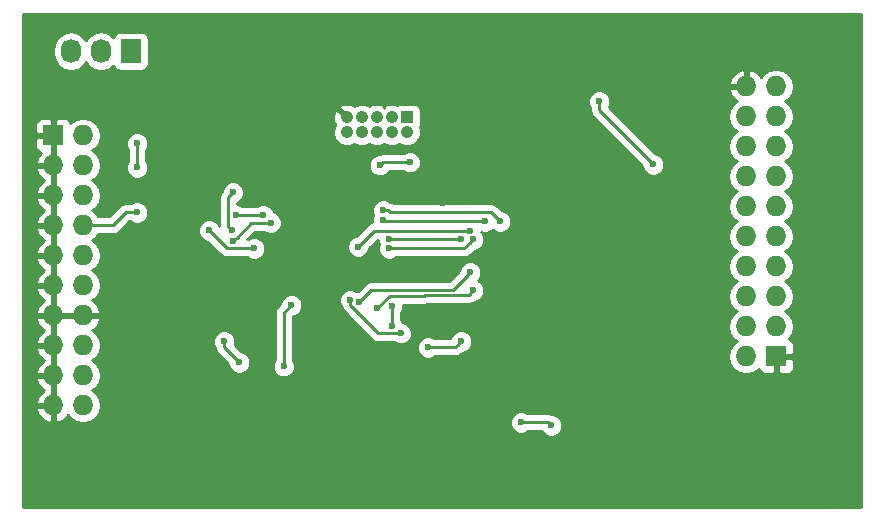
<source format=gbl>
G04 #@! TF.FileFunction,Copper,L2,Bot,Signal*
%FSLAX46Y46*%
G04 Gerber Fmt 4.6, Leading zero omitted, Abs format (unit mm)*
G04 Created by KiCad (PCBNEW 4.0.1-stable) date Wednesday, August 10, 2016 'PMt' 07:16:23 PM*
%MOMM*%
G01*
G04 APERTURE LIST*
%ADD10C,0.100000*%
%ADD11R,1.050000X1.050000*%
%ADD12C,1.050000*%
%ADD13R,1.727200X1.727200*%
%ADD14O,1.727200X1.727200*%
%ADD15R,1.727200X2.032000*%
%ADD16O,1.727200X2.032000*%
%ADD17C,0.600000*%
%ADD18C,0.250000*%
%ADD19C,0.254000*%
G04 APERTURE END LIST*
D10*
D11*
X148820458Y-118693810D03*
D12*
X147550458Y-118693810D03*
X146280458Y-118693810D03*
X145010458Y-118693810D03*
X143740458Y-118693810D03*
X147550458Y-119963810D03*
X146280458Y-119963810D03*
X145010458Y-119963810D03*
X143740458Y-119963810D03*
X148820458Y-119963810D03*
D13*
X118872000Y-120217810D03*
D14*
X121412000Y-120217810D03*
X118872000Y-122757810D03*
X121412000Y-122757810D03*
X118872000Y-125297810D03*
X121412000Y-125297810D03*
X118872000Y-127837810D03*
X121412000Y-127837810D03*
X118872000Y-130377810D03*
X121412000Y-130377810D03*
X118872000Y-132917810D03*
X121412000Y-132917810D03*
X118872000Y-135457810D03*
X121412000Y-135457810D03*
X118872000Y-137997810D03*
X121412000Y-137997810D03*
X118872000Y-140537810D03*
X121412000Y-140537810D03*
X118872000Y-143077810D03*
X121412000Y-143077810D03*
D15*
X125452458Y-113105810D03*
D16*
X122912458Y-113105810D03*
X120372458Y-113105810D03*
D13*
X180086000Y-138938000D03*
D14*
X177546000Y-138938000D03*
X180086000Y-136398000D03*
X177546000Y-136398000D03*
X180086000Y-133858000D03*
X177546000Y-133858000D03*
X180086000Y-131318000D03*
X177546000Y-131318000D03*
X180086000Y-128778000D03*
X177546000Y-128778000D03*
X180086000Y-126238000D03*
X177546000Y-126238000D03*
X180086000Y-123698000D03*
X177546000Y-123698000D03*
X180086000Y-121158000D03*
X177546000Y-121158000D03*
X180086000Y-118618000D03*
X177546000Y-118618000D03*
X180086000Y-116078000D03*
X177546000Y-116078000D03*
D17*
X156464000Y-122936000D03*
X144272000Y-128778000D03*
X151892000Y-125984000D03*
X143002000Y-125222000D03*
X150622000Y-134874000D03*
X153924000Y-148590000D03*
X154686000Y-137922000D03*
X160528000Y-121412000D03*
X157226000Y-113792000D03*
X171196000Y-120904000D03*
X172720000Y-112776000D03*
X168656000Y-145796000D03*
X168910000Y-141732000D03*
X142724458Y-135203810D03*
X147550458Y-143331810D03*
X133996279Y-128253631D03*
X138383563Y-139771021D03*
X139038700Y-134598790D03*
X146526458Y-122749810D03*
X149074458Y-122503810D03*
X134088458Y-125043810D03*
X161036000Y-144780000D03*
X158496000Y-144526000D03*
X125984000Y-122936000D03*
X125984000Y-120904000D03*
X125984000Y-126746000D03*
X132080000Y-128270000D03*
X135890000Y-129794000D03*
X144009425Y-134150982D03*
X148312450Y-136981810D03*
X147566479Y-136350991D03*
X147550458Y-134695810D03*
X154138859Y-128287630D03*
X144674965Y-129647766D03*
X165100000Y-117348000D03*
X169672000Y-122682000D03*
X146810538Y-126576367D03*
X156718000Y-127508000D03*
X136652000Y-127000000D03*
X134366000Y-127000000D03*
X134112000Y-129168980D03*
X146817441Y-127376349D03*
X137291801Y-127625020D03*
X155448000Y-127508000D03*
X154178000Y-131826000D03*
X144780000Y-134366000D03*
X154432000Y-133350000D03*
X146304000Y-134874000D03*
X153416000Y-137668000D03*
X150622000Y-138176000D03*
X134620000Y-139446000D03*
X133350000Y-137668000D03*
X154432000Y-129032000D03*
X147320000Y-129794000D03*
X147320000Y-128993987D03*
X153416000Y-129032004D03*
D18*
X147550458Y-143331810D02*
X147550458Y-143585810D01*
X134088458Y-125043810D02*
X133696280Y-125435988D01*
X133696280Y-125435988D02*
X133696280Y-127953632D01*
X133696280Y-127953632D02*
X133996279Y-128253631D01*
X138383563Y-139346757D02*
X138383563Y-139771021D01*
X138383563Y-135253927D02*
X138383563Y-139346757D01*
X139038700Y-134598790D02*
X138383563Y-135253927D01*
X149074458Y-122503810D02*
X146772458Y-122503810D01*
X146772458Y-122503810D02*
X146526458Y-122749810D01*
X160782000Y-144526000D02*
X161036000Y-144780000D01*
X158496000Y-144526000D02*
X160782000Y-144526000D01*
X123928458Y-127837810D02*
X121412000Y-127837810D01*
X125984000Y-120904000D02*
X125984000Y-122936000D01*
X125984000Y-126746000D02*
X125020268Y-126746000D01*
X125020268Y-126746000D02*
X123928458Y-127837810D01*
X135890000Y-129794000D02*
X133604000Y-129794000D01*
X133604000Y-129794000D02*
X132080000Y-128270000D01*
X144009425Y-134575246D02*
X144009425Y-134150982D01*
X146415989Y-136981810D02*
X144009425Y-134575246D01*
X148312450Y-136981810D02*
X146415989Y-136981810D01*
X147550458Y-136334970D02*
X147566479Y-136350991D01*
X147550458Y-134695810D02*
X147550458Y-136334970D01*
X146035101Y-128287630D02*
X153714595Y-128287630D01*
X153714595Y-128287630D02*
X154138859Y-128287630D01*
X144674965Y-129647766D02*
X146035101Y-128287630D01*
X169672000Y-122682000D02*
X165100000Y-118110000D01*
X165100000Y-118110000D02*
X165100000Y-117348000D01*
X147404435Y-126746000D02*
X147234802Y-126576367D01*
X155956000Y-126746000D02*
X147404435Y-126746000D01*
X156718000Y-127508000D02*
X155956000Y-126746000D01*
X147234802Y-126576367D02*
X146810538Y-126576367D01*
X134366000Y-127000000D02*
X136652000Y-127000000D01*
X134411999Y-128868981D02*
X134112000Y-129168980D01*
X135655960Y-127625020D02*
X134411999Y-128868981D01*
X137291801Y-127625020D02*
X135655960Y-127625020D01*
X146949092Y-127508000D02*
X146817441Y-127376349D01*
X155448000Y-127508000D02*
X146949092Y-127508000D01*
X144780000Y-134366000D02*
X145796000Y-133350000D01*
X150076587Y-133350000D02*
X150135599Y-133290988D01*
X145796000Y-133350000D02*
X150076587Y-133350000D01*
X153878001Y-132125999D02*
X154178000Y-131826000D01*
X150135599Y-133290988D02*
X152713012Y-133290988D01*
X152713012Y-133290988D02*
X153878001Y-132125999D01*
X146304000Y-134874000D02*
X147377989Y-133800011D01*
X150321999Y-133740999D02*
X154041001Y-133740999D01*
X150262987Y-133800011D02*
X150321999Y-133740999D01*
X154132001Y-133649999D02*
X154432000Y-133350000D01*
X154041001Y-133740999D02*
X154132001Y-133649999D01*
X147377989Y-133800011D02*
X150262987Y-133800011D01*
X153116001Y-137967999D02*
X153416000Y-137668000D01*
X152908000Y-138176000D02*
X153116001Y-137967999D01*
X150622000Y-138176000D02*
X152908000Y-138176000D01*
X133350000Y-137668000D02*
X133350000Y-138176000D01*
X133350000Y-138176000D02*
X134620000Y-139446000D01*
X154132001Y-129331999D02*
X154432000Y-129032000D01*
X153670000Y-129794000D02*
X154132001Y-129331999D01*
X147320000Y-129794000D02*
X153670000Y-129794000D01*
X147358017Y-129032004D02*
X147320000Y-128993987D01*
X153416000Y-129032004D02*
X147358017Y-129032004D01*
D19*
G36*
X187250000Y-151690000D02*
X116280000Y-151690000D01*
X116280000Y-144711167D01*
X157560838Y-144711167D01*
X157702883Y-145054943D01*
X157965673Y-145318192D01*
X158309201Y-145460838D01*
X158681167Y-145461162D01*
X159024943Y-145319117D01*
X159058118Y-145286000D01*
X160233403Y-145286000D01*
X160242883Y-145308943D01*
X160505673Y-145572192D01*
X160849201Y-145714838D01*
X161221167Y-145715162D01*
X161564943Y-145573117D01*
X161828192Y-145310327D01*
X161970838Y-144966799D01*
X161971162Y-144594833D01*
X161829117Y-144251057D01*
X161566327Y-143987808D01*
X161222799Y-143845162D01*
X161104578Y-143845059D01*
X161072839Y-143823852D01*
X160782000Y-143766000D01*
X159058463Y-143766000D01*
X159026327Y-143733808D01*
X158682799Y-143591162D01*
X158310833Y-143590838D01*
X157967057Y-143732883D01*
X157703808Y-143995673D01*
X157561162Y-144339201D01*
X157560838Y-144711167D01*
X116280000Y-144711167D01*
X116280000Y-143436836D01*
X117417042Y-143436836D01*
X117589312Y-143852757D01*
X117983510Y-144284631D01*
X118512973Y-144532778D01*
X118745000Y-144412279D01*
X118745000Y-143204810D01*
X117538183Y-143204810D01*
X117417042Y-143436836D01*
X116280000Y-143436836D01*
X116280000Y-140896836D01*
X117417042Y-140896836D01*
X117589312Y-141312757D01*
X117983510Y-141744631D01*
X118118313Y-141807810D01*
X117983510Y-141870989D01*
X117589312Y-142302863D01*
X117417042Y-142718784D01*
X117538183Y-142950810D01*
X118745000Y-142950810D01*
X118745000Y-140664810D01*
X117538183Y-140664810D01*
X117417042Y-140896836D01*
X116280000Y-140896836D01*
X116280000Y-138356836D01*
X117417042Y-138356836D01*
X117589312Y-138772757D01*
X117983510Y-139204631D01*
X118118313Y-139267810D01*
X117983510Y-139330989D01*
X117589312Y-139762863D01*
X117417042Y-140178784D01*
X117538183Y-140410810D01*
X118745000Y-140410810D01*
X118745000Y-138124810D01*
X117538183Y-138124810D01*
X117417042Y-138356836D01*
X116280000Y-138356836D01*
X116280000Y-135816836D01*
X117417042Y-135816836D01*
X117589312Y-136232757D01*
X117983510Y-136664631D01*
X118118313Y-136727810D01*
X117983510Y-136790989D01*
X117589312Y-137222863D01*
X117417042Y-137638784D01*
X117538183Y-137870810D01*
X118745000Y-137870810D01*
X118745000Y-135584810D01*
X118999000Y-135584810D01*
X118999000Y-137870810D01*
X119019000Y-137870810D01*
X119019000Y-138124810D01*
X118999000Y-138124810D01*
X118999000Y-140410810D01*
X119019000Y-140410810D01*
X119019000Y-140664810D01*
X118999000Y-140664810D01*
X118999000Y-142950810D01*
X119019000Y-142950810D01*
X119019000Y-143204810D01*
X118999000Y-143204810D01*
X118999000Y-144412279D01*
X119231027Y-144532778D01*
X119760490Y-144284631D01*
X120142008Y-143866649D01*
X120322971Y-144137480D01*
X120809152Y-144462336D01*
X121382641Y-144576410D01*
X121441359Y-144576410D01*
X122014848Y-144462336D01*
X122501029Y-144137480D01*
X122825885Y-143651299D01*
X122939959Y-143077810D01*
X122825885Y-142504321D01*
X122501029Y-142018140D01*
X122186248Y-141807810D01*
X122501029Y-141597480D01*
X122825885Y-141111299D01*
X122939959Y-140537810D01*
X122825885Y-139964321D01*
X122501029Y-139478140D01*
X122186248Y-139267810D01*
X122501029Y-139057480D01*
X122825885Y-138571299D01*
X122939959Y-137997810D01*
X122911188Y-137853167D01*
X132414838Y-137853167D01*
X132556883Y-138196943D01*
X132603444Y-138243585D01*
X132647852Y-138466839D01*
X132812599Y-138713401D01*
X133684878Y-139585680D01*
X133684838Y-139631167D01*
X133826883Y-139974943D01*
X134089673Y-140238192D01*
X134433201Y-140380838D01*
X134805167Y-140381162D01*
X135148943Y-140239117D01*
X135412192Y-139976327D01*
X135420554Y-139956188D01*
X137448401Y-139956188D01*
X137590446Y-140299964D01*
X137853236Y-140563213D01*
X138196764Y-140705859D01*
X138568730Y-140706183D01*
X138912506Y-140564138D01*
X139175755Y-140301348D01*
X139318401Y-139957820D01*
X139318725Y-139585854D01*
X139176680Y-139242078D01*
X139143563Y-139208903D01*
X139143563Y-138361167D01*
X149686838Y-138361167D01*
X149828883Y-138704943D01*
X150091673Y-138968192D01*
X150435201Y-139110838D01*
X150807167Y-139111162D01*
X151150943Y-138969117D01*
X151184118Y-138936000D01*
X152908000Y-138936000D01*
X153198839Y-138878148D01*
X153445401Y-138713401D01*
X153555680Y-138603122D01*
X153601167Y-138603162D01*
X153944943Y-138461117D01*
X154208192Y-138198327D01*
X154350838Y-137854799D01*
X154351162Y-137482833D01*
X154209117Y-137139057D01*
X153946327Y-136875808D01*
X153602799Y-136733162D01*
X153230833Y-136732838D01*
X152887057Y-136874883D01*
X152623808Y-137137673D01*
X152508236Y-137416000D01*
X151184463Y-137416000D01*
X151152327Y-137383808D01*
X150808799Y-137241162D01*
X150436833Y-137240838D01*
X150093057Y-137382883D01*
X149829808Y-137645673D01*
X149687162Y-137989201D01*
X149686838Y-138361167D01*
X139143563Y-138361167D01*
X139143563Y-135568729D01*
X139178380Y-135533912D01*
X139223867Y-135533952D01*
X139567643Y-135391907D01*
X139830892Y-135129117D01*
X139973538Y-134785589D01*
X139973862Y-134413623D01*
X139941851Y-134336149D01*
X143074263Y-134336149D01*
X143216308Y-134679925D01*
X143283670Y-134747404D01*
X143307277Y-134866085D01*
X143472024Y-135112647D01*
X145878588Y-137519211D01*
X146125149Y-137683958D01*
X146173403Y-137693556D01*
X146415989Y-137741810D01*
X147749987Y-137741810D01*
X147782123Y-137774002D01*
X148125651Y-137916648D01*
X148497617Y-137916972D01*
X148841393Y-137774927D01*
X149104642Y-137512137D01*
X149247288Y-137168609D01*
X149247612Y-136796643D01*
X149105567Y-136452867D01*
X148842777Y-136189618D01*
X148499249Y-136046972D01*
X148452516Y-136046931D01*
X148359596Y-135822048D01*
X148310458Y-135772824D01*
X148310458Y-135258273D01*
X148342650Y-135226137D01*
X148485296Y-134882609D01*
X148485577Y-134560011D01*
X150262987Y-134560011D01*
X150553826Y-134502159D01*
X150555562Y-134500999D01*
X154041001Y-134500999D01*
X154331840Y-134443147D01*
X154568346Y-134285119D01*
X154617167Y-134285162D01*
X154960943Y-134143117D01*
X155224192Y-133880327D01*
X155366838Y-133536799D01*
X155367162Y-133164833D01*
X155225117Y-132821057D01*
X154962327Y-132557808D01*
X154825340Y-132500926D01*
X154970192Y-132356327D01*
X155112838Y-132012799D01*
X155113162Y-131640833D01*
X154971117Y-131297057D01*
X154708327Y-131033808D01*
X154364799Y-130891162D01*
X153992833Y-130890838D01*
X153649057Y-131032883D01*
X153385808Y-131295673D01*
X153243162Y-131639201D01*
X153243121Y-131686077D01*
X152398210Y-132530988D01*
X150135599Y-132530988D01*
X149844760Y-132588840D01*
X149843024Y-132590000D01*
X145796000Y-132590000D01*
X145505161Y-132647852D01*
X145258599Y-132812599D01*
X144640320Y-133430878D01*
X144611689Y-133430853D01*
X144539752Y-133358790D01*
X144196224Y-133216144D01*
X143824258Y-133215820D01*
X143480482Y-133357865D01*
X143217233Y-133620655D01*
X143074587Y-133964183D01*
X143074263Y-134336149D01*
X139941851Y-134336149D01*
X139831817Y-134069847D01*
X139569027Y-133806598D01*
X139225499Y-133663952D01*
X138853533Y-133663628D01*
X138509757Y-133805673D01*
X138246508Y-134068463D01*
X138103862Y-134411991D01*
X138103821Y-134458867D01*
X137846162Y-134716526D01*
X137681415Y-134963088D01*
X137623563Y-135253927D01*
X137623563Y-139208558D01*
X137591371Y-139240694D01*
X137448725Y-139584222D01*
X137448401Y-139956188D01*
X135420554Y-139956188D01*
X135554838Y-139632799D01*
X135555162Y-139260833D01*
X135413117Y-138917057D01*
X135150327Y-138653808D01*
X134806799Y-138511162D01*
X134759923Y-138511121D01*
X134231662Y-137982860D01*
X134284838Y-137854799D01*
X134285162Y-137482833D01*
X134143117Y-137139057D01*
X133880327Y-136875808D01*
X133536799Y-136733162D01*
X133164833Y-136732838D01*
X132821057Y-136874883D01*
X132557808Y-137137673D01*
X132415162Y-137481201D01*
X132414838Y-137853167D01*
X122911188Y-137853167D01*
X122825885Y-137424321D01*
X122501029Y-136938140D01*
X122177772Y-136722146D01*
X122300490Y-136664631D01*
X122694688Y-136232757D01*
X122866958Y-135816836D01*
X122745817Y-135584810D01*
X121539000Y-135584810D01*
X121539000Y-135604810D01*
X121285000Y-135604810D01*
X121285000Y-135584810D01*
X118999000Y-135584810D01*
X118745000Y-135584810D01*
X117538183Y-135584810D01*
X117417042Y-135816836D01*
X116280000Y-135816836D01*
X116280000Y-133276836D01*
X117417042Y-133276836D01*
X117589312Y-133692757D01*
X117983510Y-134124631D01*
X118118313Y-134187810D01*
X117983510Y-134250989D01*
X117589312Y-134682863D01*
X117417042Y-135098784D01*
X117538183Y-135330810D01*
X118745000Y-135330810D01*
X118745000Y-133044810D01*
X117538183Y-133044810D01*
X117417042Y-133276836D01*
X116280000Y-133276836D01*
X116280000Y-130736836D01*
X117417042Y-130736836D01*
X117589312Y-131152757D01*
X117983510Y-131584631D01*
X118118313Y-131647810D01*
X117983510Y-131710989D01*
X117589312Y-132142863D01*
X117417042Y-132558784D01*
X117538183Y-132790810D01*
X118745000Y-132790810D01*
X118745000Y-130504810D01*
X117538183Y-130504810D01*
X117417042Y-130736836D01*
X116280000Y-130736836D01*
X116280000Y-128196836D01*
X117417042Y-128196836D01*
X117589312Y-128612757D01*
X117983510Y-129044631D01*
X118118313Y-129107810D01*
X117983510Y-129170989D01*
X117589312Y-129602863D01*
X117417042Y-130018784D01*
X117538183Y-130250810D01*
X118745000Y-130250810D01*
X118745000Y-127964810D01*
X117538183Y-127964810D01*
X117417042Y-128196836D01*
X116280000Y-128196836D01*
X116280000Y-125656836D01*
X117417042Y-125656836D01*
X117589312Y-126072757D01*
X117983510Y-126504631D01*
X118118313Y-126567810D01*
X117983510Y-126630989D01*
X117589312Y-127062863D01*
X117417042Y-127478784D01*
X117538183Y-127710810D01*
X118745000Y-127710810D01*
X118745000Y-125424810D01*
X117538183Y-125424810D01*
X117417042Y-125656836D01*
X116280000Y-125656836D01*
X116280000Y-123116836D01*
X117417042Y-123116836D01*
X117589312Y-123532757D01*
X117983510Y-123964631D01*
X118118313Y-124027810D01*
X117983510Y-124090989D01*
X117589312Y-124522863D01*
X117417042Y-124938784D01*
X117538183Y-125170810D01*
X118745000Y-125170810D01*
X118745000Y-122884810D01*
X117538183Y-122884810D01*
X117417042Y-123116836D01*
X116280000Y-123116836D01*
X116280000Y-120503560D01*
X117373400Y-120503560D01*
X117373400Y-121207720D01*
X117470073Y-121441109D01*
X117648702Y-121619737D01*
X117846120Y-121701510D01*
X117589312Y-121982863D01*
X117417042Y-122398784D01*
X117538183Y-122630810D01*
X118745000Y-122630810D01*
X118745000Y-120344810D01*
X117532150Y-120344810D01*
X117373400Y-120503560D01*
X116280000Y-120503560D01*
X116280000Y-119227900D01*
X117373400Y-119227900D01*
X117373400Y-119932060D01*
X117532150Y-120090810D01*
X118745000Y-120090810D01*
X118745000Y-118877960D01*
X118999000Y-118877960D01*
X118999000Y-120090810D01*
X119019000Y-120090810D01*
X119019000Y-120344810D01*
X118999000Y-120344810D01*
X118999000Y-122630810D01*
X119019000Y-122630810D01*
X119019000Y-122884810D01*
X118999000Y-122884810D01*
X118999000Y-125170810D01*
X119019000Y-125170810D01*
X119019000Y-125424810D01*
X118999000Y-125424810D01*
X118999000Y-127710810D01*
X119019000Y-127710810D01*
X119019000Y-127964810D01*
X118999000Y-127964810D01*
X118999000Y-130250810D01*
X119019000Y-130250810D01*
X119019000Y-130504810D01*
X118999000Y-130504810D01*
X118999000Y-132790810D01*
X119019000Y-132790810D01*
X119019000Y-133044810D01*
X118999000Y-133044810D01*
X118999000Y-135330810D01*
X121285000Y-135330810D01*
X121285000Y-135310810D01*
X121539000Y-135310810D01*
X121539000Y-135330810D01*
X122745817Y-135330810D01*
X122866958Y-135098784D01*
X122694688Y-134682863D01*
X122300490Y-134250989D01*
X122177772Y-134193474D01*
X122501029Y-133977480D01*
X122825885Y-133491299D01*
X122939959Y-132917810D01*
X122825885Y-132344321D01*
X122501029Y-131858140D01*
X122186248Y-131647810D01*
X122501029Y-131437480D01*
X122825885Y-130951299D01*
X122939959Y-130377810D01*
X122825885Y-129804321D01*
X122501029Y-129318140D01*
X122186248Y-129107810D01*
X122501029Y-128897480D01*
X122701262Y-128597810D01*
X123928458Y-128597810D01*
X124219297Y-128539958D01*
X124346196Y-128455167D01*
X131144838Y-128455167D01*
X131286883Y-128798943D01*
X131549673Y-129062192D01*
X131893201Y-129204838D01*
X131940077Y-129204879D01*
X133066599Y-130331401D01*
X133313160Y-130496148D01*
X133356707Y-130504810D01*
X133604000Y-130554000D01*
X135327537Y-130554000D01*
X135359673Y-130586192D01*
X135703201Y-130728838D01*
X136075167Y-130729162D01*
X136418943Y-130587117D01*
X136682192Y-130324327D01*
X136824838Y-129980799D01*
X136824966Y-129832933D01*
X143739803Y-129832933D01*
X143881848Y-130176709D01*
X144144638Y-130439958D01*
X144488166Y-130582604D01*
X144860132Y-130582928D01*
X145203908Y-130440883D01*
X145467157Y-130178093D01*
X145609803Y-129834565D01*
X145609844Y-129787689D01*
X146349903Y-129047630D01*
X146384953Y-129047630D01*
X146384838Y-129179154D01*
X146473651Y-129394098D01*
X146385162Y-129607201D01*
X146384838Y-129979167D01*
X146526883Y-130322943D01*
X146789673Y-130586192D01*
X147133201Y-130728838D01*
X147505167Y-130729162D01*
X147848943Y-130587117D01*
X147882118Y-130554000D01*
X153670000Y-130554000D01*
X153960839Y-130496148D01*
X154207401Y-130331401D01*
X154571680Y-129967122D01*
X154617167Y-129967162D01*
X154960943Y-129825117D01*
X155224192Y-129562327D01*
X155366838Y-129218799D01*
X155367162Y-128846833D01*
X155225117Y-128503057D01*
X155096896Y-128374612D01*
X155261201Y-128442838D01*
X155633167Y-128443162D01*
X155976943Y-128301117D01*
X156082954Y-128195290D01*
X156187673Y-128300192D01*
X156531201Y-128442838D01*
X156903167Y-128443162D01*
X157246943Y-128301117D01*
X157510192Y-128038327D01*
X157652838Y-127694799D01*
X157653162Y-127322833D01*
X157511117Y-126979057D01*
X157248327Y-126715808D01*
X156904799Y-126573162D01*
X156857923Y-126573121D01*
X156493401Y-126208599D01*
X156246839Y-126043852D01*
X155956000Y-125986000D01*
X147692934Y-125986000D01*
X147525641Y-125874219D01*
X147407242Y-125850668D01*
X147340865Y-125784175D01*
X146997337Y-125641529D01*
X146625371Y-125641205D01*
X146281595Y-125783250D01*
X146018346Y-126046040D01*
X145875700Y-126389568D01*
X145875376Y-126761534D01*
X145967625Y-126984795D01*
X145882603Y-127189550D01*
X145882282Y-127558028D01*
X145744262Y-127585482D01*
X145497700Y-127750229D01*
X144535285Y-128712644D01*
X144489798Y-128712604D01*
X144146022Y-128854649D01*
X143882773Y-129117439D01*
X143740127Y-129460967D01*
X143739803Y-129832933D01*
X136824966Y-129832933D01*
X136825162Y-129608833D01*
X136683117Y-129265057D01*
X136420327Y-129001808D01*
X136076799Y-128859162D01*
X135704833Y-128858838D01*
X135361057Y-129000883D01*
X135327882Y-129034000D01*
X135321782Y-129034000D01*
X135970762Y-128385020D01*
X136729338Y-128385020D01*
X136761474Y-128417212D01*
X137105002Y-128559858D01*
X137476968Y-128560182D01*
X137820744Y-128418137D01*
X138083993Y-128155347D01*
X138226639Y-127811819D01*
X138226963Y-127439853D01*
X138084918Y-127096077D01*
X137822128Y-126832828D01*
X137547474Y-126718781D01*
X137445117Y-126471057D01*
X137182327Y-126207808D01*
X136838799Y-126065162D01*
X136466833Y-126064838D01*
X136123057Y-126206883D01*
X136089882Y-126240000D01*
X134928463Y-126240000D01*
X134896327Y-126207808D01*
X134552799Y-126065162D01*
X134456280Y-126065078D01*
X134456280Y-125903501D01*
X134617401Y-125836927D01*
X134880650Y-125574137D01*
X135023296Y-125230609D01*
X135023620Y-124858643D01*
X134881575Y-124514867D01*
X134618785Y-124251618D01*
X134275257Y-124108972D01*
X133903291Y-124108648D01*
X133559515Y-124250693D01*
X133296266Y-124513483D01*
X133153620Y-124857011D01*
X133153577Y-124906522D01*
X132994132Y-125145149D01*
X132936280Y-125435988D01*
X132936280Y-127893924D01*
X132873117Y-127741057D01*
X132610327Y-127477808D01*
X132266799Y-127335162D01*
X131894833Y-127334838D01*
X131551057Y-127476883D01*
X131287808Y-127739673D01*
X131145162Y-128083201D01*
X131144838Y-128455167D01*
X124346196Y-128455167D01*
X124465859Y-128375211D01*
X125335071Y-127506000D01*
X125421537Y-127506000D01*
X125453673Y-127538192D01*
X125797201Y-127680838D01*
X126169167Y-127681162D01*
X126512943Y-127539117D01*
X126776192Y-127276327D01*
X126918838Y-126932799D01*
X126919162Y-126560833D01*
X126777117Y-126217057D01*
X126514327Y-125953808D01*
X126170799Y-125811162D01*
X125798833Y-125810838D01*
X125455057Y-125952883D01*
X125421882Y-125986000D01*
X125020268Y-125986000D01*
X124729429Y-126043852D01*
X124482867Y-126208598D01*
X123613656Y-127077810D01*
X122701262Y-127077810D01*
X122501029Y-126778140D01*
X122186248Y-126567810D01*
X122501029Y-126357480D01*
X122825885Y-125871299D01*
X122939959Y-125297810D01*
X122825885Y-124724321D01*
X122501029Y-124238140D01*
X122186248Y-124027810D01*
X122501029Y-123817480D01*
X122825885Y-123331299D01*
X122939959Y-122757810D01*
X122825885Y-122184321D01*
X122501029Y-121698140D01*
X122186248Y-121487810D01*
X122501029Y-121277480D01*
X122626855Y-121089167D01*
X125048838Y-121089167D01*
X125190883Y-121432943D01*
X125224000Y-121466118D01*
X125224000Y-122373537D01*
X125191808Y-122405673D01*
X125049162Y-122749201D01*
X125048838Y-123121167D01*
X125190883Y-123464943D01*
X125453673Y-123728192D01*
X125797201Y-123870838D01*
X126169167Y-123871162D01*
X126512943Y-123729117D01*
X126776192Y-123466327D01*
X126918838Y-123122799D01*
X126919001Y-122934977D01*
X145591296Y-122934977D01*
X145733341Y-123278753D01*
X145996131Y-123542002D01*
X146339659Y-123684648D01*
X146711625Y-123684972D01*
X147055401Y-123542927D01*
X147318650Y-123280137D01*
X147325430Y-123263810D01*
X148511995Y-123263810D01*
X148544131Y-123296002D01*
X148887659Y-123438648D01*
X149259625Y-123438972D01*
X149603401Y-123296927D01*
X149866650Y-123034137D01*
X150009296Y-122690609D01*
X150009620Y-122318643D01*
X149867575Y-121974867D01*
X149604785Y-121711618D01*
X149261257Y-121568972D01*
X148889291Y-121568648D01*
X148545515Y-121710693D01*
X148512340Y-121743810D01*
X146772458Y-121743810D01*
X146481619Y-121801662D01*
X146462027Y-121814753D01*
X146341291Y-121814648D01*
X145997515Y-121956693D01*
X145734266Y-122219483D01*
X145591620Y-122563011D01*
X145591296Y-122934977D01*
X126919001Y-122934977D01*
X126919162Y-122750833D01*
X126777117Y-122407057D01*
X126744000Y-122373882D01*
X126744000Y-121466463D01*
X126776192Y-121434327D01*
X126918838Y-121090799D01*
X126919162Y-120718833D01*
X126777117Y-120375057D01*
X126514327Y-120111808D01*
X126170799Y-119969162D01*
X125798833Y-119968838D01*
X125455057Y-120110883D01*
X125191808Y-120373673D01*
X125049162Y-120717201D01*
X125048838Y-121089167D01*
X122626855Y-121089167D01*
X122825885Y-120791299D01*
X122939959Y-120217810D01*
X122825885Y-119644321D01*
X122501029Y-119158140D01*
X122014848Y-118833284D01*
X121441359Y-118719210D01*
X121382641Y-118719210D01*
X120809152Y-118833284D01*
X120337644Y-119148336D01*
X120273927Y-118994511D01*
X120095298Y-118815883D01*
X119861909Y-118719210D01*
X119157750Y-118719210D01*
X118999000Y-118877960D01*
X118745000Y-118877960D01*
X118586250Y-118719210D01*
X117882091Y-118719210D01*
X117648702Y-118815883D01*
X117470073Y-118994511D01*
X117373400Y-119227900D01*
X116280000Y-119227900D01*
X116280000Y-118542795D01*
X142567412Y-118542795D01*
X142598915Y-119003196D01*
X142714496Y-119282235D01*
X142770864Y-119292655D01*
X142757631Y-119305865D01*
X142580660Y-119732059D01*
X142580257Y-120193536D01*
X142756484Y-120620039D01*
X143082513Y-120946637D01*
X143508707Y-121123608D01*
X143970184Y-121124011D01*
X144375930Y-120956361D01*
X144778707Y-121123608D01*
X145240184Y-121124011D01*
X145645930Y-120956361D01*
X146048707Y-121123608D01*
X146510184Y-121124011D01*
X146915930Y-120956361D01*
X147318707Y-121123608D01*
X147780184Y-121124011D01*
X148185930Y-120956361D01*
X148588707Y-121123608D01*
X149050184Y-121124011D01*
X149476687Y-120947784D01*
X149803285Y-120621755D01*
X149980256Y-120195561D01*
X149980659Y-119734084D01*
X149898232Y-119534594D01*
X149941889Y-119470700D01*
X149992898Y-119218810D01*
X149992898Y-118168810D01*
X149948620Y-117933493D01*
X149809548Y-117717369D01*
X149597348Y-117572379D01*
X149403714Y-117533167D01*
X164164838Y-117533167D01*
X164306883Y-117876943D01*
X164340000Y-117910118D01*
X164340000Y-118110000D01*
X164397852Y-118400839D01*
X164562599Y-118647401D01*
X168736878Y-122821680D01*
X168736838Y-122867167D01*
X168878883Y-123210943D01*
X169141673Y-123474192D01*
X169485201Y-123616838D01*
X169857167Y-123617162D01*
X170200943Y-123475117D01*
X170464192Y-123212327D01*
X170606838Y-122868799D01*
X170607162Y-122496833D01*
X170465117Y-122153057D01*
X170202327Y-121889808D01*
X169858799Y-121747162D01*
X169811923Y-121747121D01*
X166682802Y-118618000D01*
X176018041Y-118618000D01*
X176132115Y-119191489D01*
X176456971Y-119677670D01*
X176771752Y-119888000D01*
X176456971Y-120098330D01*
X176132115Y-120584511D01*
X176018041Y-121158000D01*
X176132115Y-121731489D01*
X176456971Y-122217670D01*
X176771752Y-122428000D01*
X176456971Y-122638330D01*
X176132115Y-123124511D01*
X176018041Y-123698000D01*
X176132115Y-124271489D01*
X176456971Y-124757670D01*
X176771752Y-124968000D01*
X176456971Y-125178330D01*
X176132115Y-125664511D01*
X176018041Y-126238000D01*
X176132115Y-126811489D01*
X176456971Y-127297670D01*
X176771752Y-127508000D01*
X176456971Y-127718330D01*
X176132115Y-128204511D01*
X176018041Y-128778000D01*
X176132115Y-129351489D01*
X176456971Y-129837670D01*
X176771752Y-130048000D01*
X176456971Y-130258330D01*
X176132115Y-130744511D01*
X176018041Y-131318000D01*
X176132115Y-131891489D01*
X176456971Y-132377670D01*
X176771752Y-132588000D01*
X176456971Y-132798330D01*
X176132115Y-133284511D01*
X176018041Y-133858000D01*
X176132115Y-134431489D01*
X176456971Y-134917670D01*
X176771752Y-135128000D01*
X176456971Y-135338330D01*
X176132115Y-135824511D01*
X176018041Y-136398000D01*
X176132115Y-136971489D01*
X176456971Y-137457670D01*
X176771752Y-137668000D01*
X176456971Y-137878330D01*
X176132115Y-138364511D01*
X176018041Y-138938000D01*
X176132115Y-139511489D01*
X176456971Y-139997670D01*
X176943152Y-140322526D01*
X177516641Y-140436600D01*
X177575359Y-140436600D01*
X178148848Y-140322526D01*
X178620356Y-140007474D01*
X178684073Y-140161299D01*
X178862702Y-140339927D01*
X179096091Y-140436600D01*
X179800250Y-140436600D01*
X179959000Y-140277850D01*
X179959000Y-139065000D01*
X180213000Y-139065000D01*
X180213000Y-140277850D01*
X180371750Y-140436600D01*
X181075909Y-140436600D01*
X181309298Y-140339927D01*
X181487927Y-140161299D01*
X181584600Y-139927910D01*
X181584600Y-139223750D01*
X181425850Y-139065000D01*
X180213000Y-139065000D01*
X179959000Y-139065000D01*
X179939000Y-139065000D01*
X179939000Y-138811000D01*
X179959000Y-138811000D01*
X179959000Y-138791000D01*
X180213000Y-138791000D01*
X180213000Y-138811000D01*
X181425850Y-138811000D01*
X181584600Y-138652250D01*
X181584600Y-137948090D01*
X181487927Y-137714701D01*
X181309298Y-137536073D01*
X181153977Y-137471737D01*
X181175029Y-137457670D01*
X181499885Y-136971489D01*
X181613959Y-136398000D01*
X181499885Y-135824511D01*
X181175029Y-135338330D01*
X180860248Y-135128000D01*
X181175029Y-134917670D01*
X181499885Y-134431489D01*
X181613959Y-133858000D01*
X181499885Y-133284511D01*
X181175029Y-132798330D01*
X180860248Y-132588000D01*
X181175029Y-132377670D01*
X181499885Y-131891489D01*
X181613959Y-131318000D01*
X181499885Y-130744511D01*
X181175029Y-130258330D01*
X180860248Y-130048000D01*
X181175029Y-129837670D01*
X181499885Y-129351489D01*
X181613959Y-128778000D01*
X181499885Y-128204511D01*
X181175029Y-127718330D01*
X180860248Y-127508000D01*
X181175029Y-127297670D01*
X181499885Y-126811489D01*
X181613959Y-126238000D01*
X181499885Y-125664511D01*
X181175029Y-125178330D01*
X180860248Y-124968000D01*
X181175029Y-124757670D01*
X181499885Y-124271489D01*
X181613959Y-123698000D01*
X181499885Y-123124511D01*
X181175029Y-122638330D01*
X180860248Y-122428000D01*
X181175029Y-122217670D01*
X181499885Y-121731489D01*
X181613959Y-121158000D01*
X181499885Y-120584511D01*
X181175029Y-120098330D01*
X180860248Y-119888000D01*
X181175029Y-119677670D01*
X181499885Y-119191489D01*
X181613959Y-118618000D01*
X181499885Y-118044511D01*
X181175029Y-117558330D01*
X180860248Y-117348000D01*
X181175029Y-117137670D01*
X181499885Y-116651489D01*
X181613959Y-116078000D01*
X181499885Y-115504511D01*
X181175029Y-115018330D01*
X180688848Y-114693474D01*
X180115359Y-114579400D01*
X180056641Y-114579400D01*
X179483152Y-114693474D01*
X178996971Y-115018330D01*
X178816008Y-115289161D01*
X178434490Y-114871179D01*
X177905027Y-114623032D01*
X177673000Y-114743531D01*
X177673000Y-115951000D01*
X177693000Y-115951000D01*
X177693000Y-116205000D01*
X177673000Y-116205000D01*
X177673000Y-116225000D01*
X177419000Y-116225000D01*
X177419000Y-116205000D01*
X176212183Y-116205000D01*
X176091042Y-116437026D01*
X176263312Y-116852947D01*
X176657510Y-117284821D01*
X176780228Y-117342336D01*
X176456971Y-117558330D01*
X176132115Y-118044511D01*
X176018041Y-118618000D01*
X166682802Y-118618000D01*
X165907137Y-117842335D01*
X166034838Y-117534799D01*
X166035162Y-117162833D01*
X165893117Y-116819057D01*
X165630327Y-116555808D01*
X165286799Y-116413162D01*
X164914833Y-116412838D01*
X164571057Y-116554883D01*
X164307808Y-116817673D01*
X164165162Y-117161201D01*
X164164838Y-117533167D01*
X149403714Y-117533167D01*
X149345458Y-117521370D01*
X148295458Y-117521370D01*
X148060141Y-117565648D01*
X147982853Y-117615381D01*
X147701473Y-117520764D01*
X147241072Y-117552267D01*
X146962033Y-117667848D01*
X146924664Y-117869996D01*
X146915458Y-117879202D01*
X146906252Y-117869996D01*
X146868883Y-117667848D01*
X146431473Y-117520764D01*
X145971072Y-117552267D01*
X145692033Y-117667848D01*
X145681613Y-117724216D01*
X145668403Y-117710983D01*
X145242209Y-117534012D01*
X144780732Y-117533609D01*
X144354229Y-117709836D01*
X144339384Y-117724655D01*
X144328883Y-117667848D01*
X143891473Y-117520764D01*
X143431072Y-117552267D01*
X143152033Y-117667848D01*
X143111791Y-117885537D01*
X143740458Y-118514205D01*
X143754601Y-118500063D01*
X143850543Y-118596005D01*
X143850372Y-118791786D01*
X143838263Y-118803895D01*
X143642482Y-118803724D01*
X143546710Y-118707952D01*
X143560853Y-118693810D01*
X142932185Y-118065143D01*
X142714496Y-118105385D01*
X142567412Y-118542795D01*
X116280000Y-118542795D01*
X116280000Y-115718974D01*
X176091042Y-115718974D01*
X176212183Y-115951000D01*
X177419000Y-115951000D01*
X177419000Y-114743531D01*
X177186973Y-114623032D01*
X176657510Y-114871179D01*
X176263312Y-115303053D01*
X176091042Y-115718974D01*
X116280000Y-115718974D01*
X116280000Y-112921065D01*
X118873858Y-112921065D01*
X118873858Y-113290555D01*
X118987932Y-113864044D01*
X119312788Y-114350225D01*
X119798969Y-114675081D01*
X120372458Y-114789155D01*
X120945947Y-114675081D01*
X121432128Y-114350225D01*
X121642458Y-114035444D01*
X121852788Y-114350225D01*
X122338969Y-114675081D01*
X122912458Y-114789155D01*
X123485947Y-114675081D01*
X123972128Y-114350225D01*
X123981701Y-114335897D01*
X123985696Y-114357127D01*
X124124768Y-114573251D01*
X124336968Y-114718241D01*
X124588858Y-114769250D01*
X126316058Y-114769250D01*
X126551375Y-114724972D01*
X126767499Y-114585900D01*
X126912489Y-114373700D01*
X126963498Y-114121810D01*
X126963498Y-112089810D01*
X126919220Y-111854493D01*
X126780148Y-111638369D01*
X126567948Y-111493379D01*
X126316058Y-111442370D01*
X124588858Y-111442370D01*
X124353541Y-111486648D01*
X124137417Y-111625720D01*
X123992427Y-111837920D01*
X123984058Y-111879249D01*
X123972128Y-111861395D01*
X123485947Y-111536539D01*
X122912458Y-111422465D01*
X122338969Y-111536539D01*
X121852788Y-111861395D01*
X121642458Y-112176176D01*
X121432128Y-111861395D01*
X120945947Y-111536539D01*
X120372458Y-111422465D01*
X119798969Y-111536539D01*
X119312788Y-111861395D01*
X118987932Y-112347576D01*
X118873858Y-112921065D01*
X116280000Y-112921065D01*
X116280000Y-109930000D01*
X187250000Y-109930000D01*
X187250000Y-151690000D01*
X187250000Y-151690000D01*
G37*
X187250000Y-151690000D02*
X116280000Y-151690000D01*
X116280000Y-144711167D01*
X157560838Y-144711167D01*
X157702883Y-145054943D01*
X157965673Y-145318192D01*
X158309201Y-145460838D01*
X158681167Y-145461162D01*
X159024943Y-145319117D01*
X159058118Y-145286000D01*
X160233403Y-145286000D01*
X160242883Y-145308943D01*
X160505673Y-145572192D01*
X160849201Y-145714838D01*
X161221167Y-145715162D01*
X161564943Y-145573117D01*
X161828192Y-145310327D01*
X161970838Y-144966799D01*
X161971162Y-144594833D01*
X161829117Y-144251057D01*
X161566327Y-143987808D01*
X161222799Y-143845162D01*
X161104578Y-143845059D01*
X161072839Y-143823852D01*
X160782000Y-143766000D01*
X159058463Y-143766000D01*
X159026327Y-143733808D01*
X158682799Y-143591162D01*
X158310833Y-143590838D01*
X157967057Y-143732883D01*
X157703808Y-143995673D01*
X157561162Y-144339201D01*
X157560838Y-144711167D01*
X116280000Y-144711167D01*
X116280000Y-143436836D01*
X117417042Y-143436836D01*
X117589312Y-143852757D01*
X117983510Y-144284631D01*
X118512973Y-144532778D01*
X118745000Y-144412279D01*
X118745000Y-143204810D01*
X117538183Y-143204810D01*
X117417042Y-143436836D01*
X116280000Y-143436836D01*
X116280000Y-140896836D01*
X117417042Y-140896836D01*
X117589312Y-141312757D01*
X117983510Y-141744631D01*
X118118313Y-141807810D01*
X117983510Y-141870989D01*
X117589312Y-142302863D01*
X117417042Y-142718784D01*
X117538183Y-142950810D01*
X118745000Y-142950810D01*
X118745000Y-140664810D01*
X117538183Y-140664810D01*
X117417042Y-140896836D01*
X116280000Y-140896836D01*
X116280000Y-138356836D01*
X117417042Y-138356836D01*
X117589312Y-138772757D01*
X117983510Y-139204631D01*
X118118313Y-139267810D01*
X117983510Y-139330989D01*
X117589312Y-139762863D01*
X117417042Y-140178784D01*
X117538183Y-140410810D01*
X118745000Y-140410810D01*
X118745000Y-138124810D01*
X117538183Y-138124810D01*
X117417042Y-138356836D01*
X116280000Y-138356836D01*
X116280000Y-135816836D01*
X117417042Y-135816836D01*
X117589312Y-136232757D01*
X117983510Y-136664631D01*
X118118313Y-136727810D01*
X117983510Y-136790989D01*
X117589312Y-137222863D01*
X117417042Y-137638784D01*
X117538183Y-137870810D01*
X118745000Y-137870810D01*
X118745000Y-135584810D01*
X118999000Y-135584810D01*
X118999000Y-137870810D01*
X119019000Y-137870810D01*
X119019000Y-138124810D01*
X118999000Y-138124810D01*
X118999000Y-140410810D01*
X119019000Y-140410810D01*
X119019000Y-140664810D01*
X118999000Y-140664810D01*
X118999000Y-142950810D01*
X119019000Y-142950810D01*
X119019000Y-143204810D01*
X118999000Y-143204810D01*
X118999000Y-144412279D01*
X119231027Y-144532778D01*
X119760490Y-144284631D01*
X120142008Y-143866649D01*
X120322971Y-144137480D01*
X120809152Y-144462336D01*
X121382641Y-144576410D01*
X121441359Y-144576410D01*
X122014848Y-144462336D01*
X122501029Y-144137480D01*
X122825885Y-143651299D01*
X122939959Y-143077810D01*
X122825885Y-142504321D01*
X122501029Y-142018140D01*
X122186248Y-141807810D01*
X122501029Y-141597480D01*
X122825885Y-141111299D01*
X122939959Y-140537810D01*
X122825885Y-139964321D01*
X122501029Y-139478140D01*
X122186248Y-139267810D01*
X122501029Y-139057480D01*
X122825885Y-138571299D01*
X122939959Y-137997810D01*
X122911188Y-137853167D01*
X132414838Y-137853167D01*
X132556883Y-138196943D01*
X132603444Y-138243585D01*
X132647852Y-138466839D01*
X132812599Y-138713401D01*
X133684878Y-139585680D01*
X133684838Y-139631167D01*
X133826883Y-139974943D01*
X134089673Y-140238192D01*
X134433201Y-140380838D01*
X134805167Y-140381162D01*
X135148943Y-140239117D01*
X135412192Y-139976327D01*
X135420554Y-139956188D01*
X137448401Y-139956188D01*
X137590446Y-140299964D01*
X137853236Y-140563213D01*
X138196764Y-140705859D01*
X138568730Y-140706183D01*
X138912506Y-140564138D01*
X139175755Y-140301348D01*
X139318401Y-139957820D01*
X139318725Y-139585854D01*
X139176680Y-139242078D01*
X139143563Y-139208903D01*
X139143563Y-138361167D01*
X149686838Y-138361167D01*
X149828883Y-138704943D01*
X150091673Y-138968192D01*
X150435201Y-139110838D01*
X150807167Y-139111162D01*
X151150943Y-138969117D01*
X151184118Y-138936000D01*
X152908000Y-138936000D01*
X153198839Y-138878148D01*
X153445401Y-138713401D01*
X153555680Y-138603122D01*
X153601167Y-138603162D01*
X153944943Y-138461117D01*
X154208192Y-138198327D01*
X154350838Y-137854799D01*
X154351162Y-137482833D01*
X154209117Y-137139057D01*
X153946327Y-136875808D01*
X153602799Y-136733162D01*
X153230833Y-136732838D01*
X152887057Y-136874883D01*
X152623808Y-137137673D01*
X152508236Y-137416000D01*
X151184463Y-137416000D01*
X151152327Y-137383808D01*
X150808799Y-137241162D01*
X150436833Y-137240838D01*
X150093057Y-137382883D01*
X149829808Y-137645673D01*
X149687162Y-137989201D01*
X149686838Y-138361167D01*
X139143563Y-138361167D01*
X139143563Y-135568729D01*
X139178380Y-135533912D01*
X139223867Y-135533952D01*
X139567643Y-135391907D01*
X139830892Y-135129117D01*
X139973538Y-134785589D01*
X139973862Y-134413623D01*
X139941851Y-134336149D01*
X143074263Y-134336149D01*
X143216308Y-134679925D01*
X143283670Y-134747404D01*
X143307277Y-134866085D01*
X143472024Y-135112647D01*
X145878588Y-137519211D01*
X146125149Y-137683958D01*
X146173403Y-137693556D01*
X146415989Y-137741810D01*
X147749987Y-137741810D01*
X147782123Y-137774002D01*
X148125651Y-137916648D01*
X148497617Y-137916972D01*
X148841393Y-137774927D01*
X149104642Y-137512137D01*
X149247288Y-137168609D01*
X149247612Y-136796643D01*
X149105567Y-136452867D01*
X148842777Y-136189618D01*
X148499249Y-136046972D01*
X148452516Y-136046931D01*
X148359596Y-135822048D01*
X148310458Y-135772824D01*
X148310458Y-135258273D01*
X148342650Y-135226137D01*
X148485296Y-134882609D01*
X148485577Y-134560011D01*
X150262987Y-134560011D01*
X150553826Y-134502159D01*
X150555562Y-134500999D01*
X154041001Y-134500999D01*
X154331840Y-134443147D01*
X154568346Y-134285119D01*
X154617167Y-134285162D01*
X154960943Y-134143117D01*
X155224192Y-133880327D01*
X155366838Y-133536799D01*
X155367162Y-133164833D01*
X155225117Y-132821057D01*
X154962327Y-132557808D01*
X154825340Y-132500926D01*
X154970192Y-132356327D01*
X155112838Y-132012799D01*
X155113162Y-131640833D01*
X154971117Y-131297057D01*
X154708327Y-131033808D01*
X154364799Y-130891162D01*
X153992833Y-130890838D01*
X153649057Y-131032883D01*
X153385808Y-131295673D01*
X153243162Y-131639201D01*
X153243121Y-131686077D01*
X152398210Y-132530988D01*
X150135599Y-132530988D01*
X149844760Y-132588840D01*
X149843024Y-132590000D01*
X145796000Y-132590000D01*
X145505161Y-132647852D01*
X145258599Y-132812599D01*
X144640320Y-133430878D01*
X144611689Y-133430853D01*
X144539752Y-133358790D01*
X144196224Y-133216144D01*
X143824258Y-133215820D01*
X143480482Y-133357865D01*
X143217233Y-133620655D01*
X143074587Y-133964183D01*
X143074263Y-134336149D01*
X139941851Y-134336149D01*
X139831817Y-134069847D01*
X139569027Y-133806598D01*
X139225499Y-133663952D01*
X138853533Y-133663628D01*
X138509757Y-133805673D01*
X138246508Y-134068463D01*
X138103862Y-134411991D01*
X138103821Y-134458867D01*
X137846162Y-134716526D01*
X137681415Y-134963088D01*
X137623563Y-135253927D01*
X137623563Y-139208558D01*
X137591371Y-139240694D01*
X137448725Y-139584222D01*
X137448401Y-139956188D01*
X135420554Y-139956188D01*
X135554838Y-139632799D01*
X135555162Y-139260833D01*
X135413117Y-138917057D01*
X135150327Y-138653808D01*
X134806799Y-138511162D01*
X134759923Y-138511121D01*
X134231662Y-137982860D01*
X134284838Y-137854799D01*
X134285162Y-137482833D01*
X134143117Y-137139057D01*
X133880327Y-136875808D01*
X133536799Y-136733162D01*
X133164833Y-136732838D01*
X132821057Y-136874883D01*
X132557808Y-137137673D01*
X132415162Y-137481201D01*
X132414838Y-137853167D01*
X122911188Y-137853167D01*
X122825885Y-137424321D01*
X122501029Y-136938140D01*
X122177772Y-136722146D01*
X122300490Y-136664631D01*
X122694688Y-136232757D01*
X122866958Y-135816836D01*
X122745817Y-135584810D01*
X121539000Y-135584810D01*
X121539000Y-135604810D01*
X121285000Y-135604810D01*
X121285000Y-135584810D01*
X118999000Y-135584810D01*
X118745000Y-135584810D01*
X117538183Y-135584810D01*
X117417042Y-135816836D01*
X116280000Y-135816836D01*
X116280000Y-133276836D01*
X117417042Y-133276836D01*
X117589312Y-133692757D01*
X117983510Y-134124631D01*
X118118313Y-134187810D01*
X117983510Y-134250989D01*
X117589312Y-134682863D01*
X117417042Y-135098784D01*
X117538183Y-135330810D01*
X118745000Y-135330810D01*
X118745000Y-133044810D01*
X117538183Y-133044810D01*
X117417042Y-133276836D01*
X116280000Y-133276836D01*
X116280000Y-130736836D01*
X117417042Y-130736836D01*
X117589312Y-131152757D01*
X117983510Y-131584631D01*
X118118313Y-131647810D01*
X117983510Y-131710989D01*
X117589312Y-132142863D01*
X117417042Y-132558784D01*
X117538183Y-132790810D01*
X118745000Y-132790810D01*
X118745000Y-130504810D01*
X117538183Y-130504810D01*
X117417042Y-130736836D01*
X116280000Y-130736836D01*
X116280000Y-128196836D01*
X117417042Y-128196836D01*
X117589312Y-128612757D01*
X117983510Y-129044631D01*
X118118313Y-129107810D01*
X117983510Y-129170989D01*
X117589312Y-129602863D01*
X117417042Y-130018784D01*
X117538183Y-130250810D01*
X118745000Y-130250810D01*
X118745000Y-127964810D01*
X117538183Y-127964810D01*
X117417042Y-128196836D01*
X116280000Y-128196836D01*
X116280000Y-125656836D01*
X117417042Y-125656836D01*
X117589312Y-126072757D01*
X117983510Y-126504631D01*
X118118313Y-126567810D01*
X117983510Y-126630989D01*
X117589312Y-127062863D01*
X117417042Y-127478784D01*
X117538183Y-127710810D01*
X118745000Y-127710810D01*
X118745000Y-125424810D01*
X117538183Y-125424810D01*
X117417042Y-125656836D01*
X116280000Y-125656836D01*
X116280000Y-123116836D01*
X117417042Y-123116836D01*
X117589312Y-123532757D01*
X117983510Y-123964631D01*
X118118313Y-124027810D01*
X117983510Y-124090989D01*
X117589312Y-124522863D01*
X117417042Y-124938784D01*
X117538183Y-125170810D01*
X118745000Y-125170810D01*
X118745000Y-122884810D01*
X117538183Y-122884810D01*
X117417042Y-123116836D01*
X116280000Y-123116836D01*
X116280000Y-120503560D01*
X117373400Y-120503560D01*
X117373400Y-121207720D01*
X117470073Y-121441109D01*
X117648702Y-121619737D01*
X117846120Y-121701510D01*
X117589312Y-121982863D01*
X117417042Y-122398784D01*
X117538183Y-122630810D01*
X118745000Y-122630810D01*
X118745000Y-120344810D01*
X117532150Y-120344810D01*
X117373400Y-120503560D01*
X116280000Y-120503560D01*
X116280000Y-119227900D01*
X117373400Y-119227900D01*
X117373400Y-119932060D01*
X117532150Y-120090810D01*
X118745000Y-120090810D01*
X118745000Y-118877960D01*
X118999000Y-118877960D01*
X118999000Y-120090810D01*
X119019000Y-120090810D01*
X119019000Y-120344810D01*
X118999000Y-120344810D01*
X118999000Y-122630810D01*
X119019000Y-122630810D01*
X119019000Y-122884810D01*
X118999000Y-122884810D01*
X118999000Y-125170810D01*
X119019000Y-125170810D01*
X119019000Y-125424810D01*
X118999000Y-125424810D01*
X118999000Y-127710810D01*
X119019000Y-127710810D01*
X119019000Y-127964810D01*
X118999000Y-127964810D01*
X118999000Y-130250810D01*
X119019000Y-130250810D01*
X119019000Y-130504810D01*
X118999000Y-130504810D01*
X118999000Y-132790810D01*
X119019000Y-132790810D01*
X119019000Y-133044810D01*
X118999000Y-133044810D01*
X118999000Y-135330810D01*
X121285000Y-135330810D01*
X121285000Y-135310810D01*
X121539000Y-135310810D01*
X121539000Y-135330810D01*
X122745817Y-135330810D01*
X122866958Y-135098784D01*
X122694688Y-134682863D01*
X122300490Y-134250989D01*
X122177772Y-134193474D01*
X122501029Y-133977480D01*
X122825885Y-133491299D01*
X122939959Y-132917810D01*
X122825885Y-132344321D01*
X122501029Y-131858140D01*
X122186248Y-131647810D01*
X122501029Y-131437480D01*
X122825885Y-130951299D01*
X122939959Y-130377810D01*
X122825885Y-129804321D01*
X122501029Y-129318140D01*
X122186248Y-129107810D01*
X122501029Y-128897480D01*
X122701262Y-128597810D01*
X123928458Y-128597810D01*
X124219297Y-128539958D01*
X124346196Y-128455167D01*
X131144838Y-128455167D01*
X131286883Y-128798943D01*
X131549673Y-129062192D01*
X131893201Y-129204838D01*
X131940077Y-129204879D01*
X133066599Y-130331401D01*
X133313160Y-130496148D01*
X133356707Y-130504810D01*
X133604000Y-130554000D01*
X135327537Y-130554000D01*
X135359673Y-130586192D01*
X135703201Y-130728838D01*
X136075167Y-130729162D01*
X136418943Y-130587117D01*
X136682192Y-130324327D01*
X136824838Y-129980799D01*
X136824966Y-129832933D01*
X143739803Y-129832933D01*
X143881848Y-130176709D01*
X144144638Y-130439958D01*
X144488166Y-130582604D01*
X144860132Y-130582928D01*
X145203908Y-130440883D01*
X145467157Y-130178093D01*
X145609803Y-129834565D01*
X145609844Y-129787689D01*
X146349903Y-129047630D01*
X146384953Y-129047630D01*
X146384838Y-129179154D01*
X146473651Y-129394098D01*
X146385162Y-129607201D01*
X146384838Y-129979167D01*
X146526883Y-130322943D01*
X146789673Y-130586192D01*
X147133201Y-130728838D01*
X147505167Y-130729162D01*
X147848943Y-130587117D01*
X147882118Y-130554000D01*
X153670000Y-130554000D01*
X153960839Y-130496148D01*
X154207401Y-130331401D01*
X154571680Y-129967122D01*
X154617167Y-129967162D01*
X154960943Y-129825117D01*
X155224192Y-129562327D01*
X155366838Y-129218799D01*
X155367162Y-128846833D01*
X155225117Y-128503057D01*
X155096896Y-128374612D01*
X155261201Y-128442838D01*
X155633167Y-128443162D01*
X155976943Y-128301117D01*
X156082954Y-128195290D01*
X156187673Y-128300192D01*
X156531201Y-128442838D01*
X156903167Y-128443162D01*
X157246943Y-128301117D01*
X157510192Y-128038327D01*
X157652838Y-127694799D01*
X157653162Y-127322833D01*
X157511117Y-126979057D01*
X157248327Y-126715808D01*
X156904799Y-126573162D01*
X156857923Y-126573121D01*
X156493401Y-126208599D01*
X156246839Y-126043852D01*
X155956000Y-125986000D01*
X147692934Y-125986000D01*
X147525641Y-125874219D01*
X147407242Y-125850668D01*
X147340865Y-125784175D01*
X146997337Y-125641529D01*
X146625371Y-125641205D01*
X146281595Y-125783250D01*
X146018346Y-126046040D01*
X145875700Y-126389568D01*
X145875376Y-126761534D01*
X145967625Y-126984795D01*
X145882603Y-127189550D01*
X145882282Y-127558028D01*
X145744262Y-127585482D01*
X145497700Y-127750229D01*
X144535285Y-128712644D01*
X144489798Y-128712604D01*
X144146022Y-128854649D01*
X143882773Y-129117439D01*
X143740127Y-129460967D01*
X143739803Y-129832933D01*
X136824966Y-129832933D01*
X136825162Y-129608833D01*
X136683117Y-129265057D01*
X136420327Y-129001808D01*
X136076799Y-128859162D01*
X135704833Y-128858838D01*
X135361057Y-129000883D01*
X135327882Y-129034000D01*
X135321782Y-129034000D01*
X135970762Y-128385020D01*
X136729338Y-128385020D01*
X136761474Y-128417212D01*
X137105002Y-128559858D01*
X137476968Y-128560182D01*
X137820744Y-128418137D01*
X138083993Y-128155347D01*
X138226639Y-127811819D01*
X138226963Y-127439853D01*
X138084918Y-127096077D01*
X137822128Y-126832828D01*
X137547474Y-126718781D01*
X137445117Y-126471057D01*
X137182327Y-126207808D01*
X136838799Y-126065162D01*
X136466833Y-126064838D01*
X136123057Y-126206883D01*
X136089882Y-126240000D01*
X134928463Y-126240000D01*
X134896327Y-126207808D01*
X134552799Y-126065162D01*
X134456280Y-126065078D01*
X134456280Y-125903501D01*
X134617401Y-125836927D01*
X134880650Y-125574137D01*
X135023296Y-125230609D01*
X135023620Y-124858643D01*
X134881575Y-124514867D01*
X134618785Y-124251618D01*
X134275257Y-124108972D01*
X133903291Y-124108648D01*
X133559515Y-124250693D01*
X133296266Y-124513483D01*
X133153620Y-124857011D01*
X133153577Y-124906522D01*
X132994132Y-125145149D01*
X132936280Y-125435988D01*
X132936280Y-127893924D01*
X132873117Y-127741057D01*
X132610327Y-127477808D01*
X132266799Y-127335162D01*
X131894833Y-127334838D01*
X131551057Y-127476883D01*
X131287808Y-127739673D01*
X131145162Y-128083201D01*
X131144838Y-128455167D01*
X124346196Y-128455167D01*
X124465859Y-128375211D01*
X125335071Y-127506000D01*
X125421537Y-127506000D01*
X125453673Y-127538192D01*
X125797201Y-127680838D01*
X126169167Y-127681162D01*
X126512943Y-127539117D01*
X126776192Y-127276327D01*
X126918838Y-126932799D01*
X126919162Y-126560833D01*
X126777117Y-126217057D01*
X126514327Y-125953808D01*
X126170799Y-125811162D01*
X125798833Y-125810838D01*
X125455057Y-125952883D01*
X125421882Y-125986000D01*
X125020268Y-125986000D01*
X124729429Y-126043852D01*
X124482867Y-126208598D01*
X123613656Y-127077810D01*
X122701262Y-127077810D01*
X122501029Y-126778140D01*
X122186248Y-126567810D01*
X122501029Y-126357480D01*
X122825885Y-125871299D01*
X122939959Y-125297810D01*
X122825885Y-124724321D01*
X122501029Y-124238140D01*
X122186248Y-124027810D01*
X122501029Y-123817480D01*
X122825885Y-123331299D01*
X122939959Y-122757810D01*
X122825885Y-122184321D01*
X122501029Y-121698140D01*
X122186248Y-121487810D01*
X122501029Y-121277480D01*
X122626855Y-121089167D01*
X125048838Y-121089167D01*
X125190883Y-121432943D01*
X125224000Y-121466118D01*
X125224000Y-122373537D01*
X125191808Y-122405673D01*
X125049162Y-122749201D01*
X125048838Y-123121167D01*
X125190883Y-123464943D01*
X125453673Y-123728192D01*
X125797201Y-123870838D01*
X126169167Y-123871162D01*
X126512943Y-123729117D01*
X126776192Y-123466327D01*
X126918838Y-123122799D01*
X126919001Y-122934977D01*
X145591296Y-122934977D01*
X145733341Y-123278753D01*
X145996131Y-123542002D01*
X146339659Y-123684648D01*
X146711625Y-123684972D01*
X147055401Y-123542927D01*
X147318650Y-123280137D01*
X147325430Y-123263810D01*
X148511995Y-123263810D01*
X148544131Y-123296002D01*
X148887659Y-123438648D01*
X149259625Y-123438972D01*
X149603401Y-123296927D01*
X149866650Y-123034137D01*
X150009296Y-122690609D01*
X150009620Y-122318643D01*
X149867575Y-121974867D01*
X149604785Y-121711618D01*
X149261257Y-121568972D01*
X148889291Y-121568648D01*
X148545515Y-121710693D01*
X148512340Y-121743810D01*
X146772458Y-121743810D01*
X146481619Y-121801662D01*
X146462027Y-121814753D01*
X146341291Y-121814648D01*
X145997515Y-121956693D01*
X145734266Y-122219483D01*
X145591620Y-122563011D01*
X145591296Y-122934977D01*
X126919001Y-122934977D01*
X126919162Y-122750833D01*
X126777117Y-122407057D01*
X126744000Y-122373882D01*
X126744000Y-121466463D01*
X126776192Y-121434327D01*
X126918838Y-121090799D01*
X126919162Y-120718833D01*
X126777117Y-120375057D01*
X126514327Y-120111808D01*
X126170799Y-119969162D01*
X125798833Y-119968838D01*
X125455057Y-120110883D01*
X125191808Y-120373673D01*
X125049162Y-120717201D01*
X125048838Y-121089167D01*
X122626855Y-121089167D01*
X122825885Y-120791299D01*
X122939959Y-120217810D01*
X122825885Y-119644321D01*
X122501029Y-119158140D01*
X122014848Y-118833284D01*
X121441359Y-118719210D01*
X121382641Y-118719210D01*
X120809152Y-118833284D01*
X120337644Y-119148336D01*
X120273927Y-118994511D01*
X120095298Y-118815883D01*
X119861909Y-118719210D01*
X119157750Y-118719210D01*
X118999000Y-118877960D01*
X118745000Y-118877960D01*
X118586250Y-118719210D01*
X117882091Y-118719210D01*
X117648702Y-118815883D01*
X117470073Y-118994511D01*
X117373400Y-119227900D01*
X116280000Y-119227900D01*
X116280000Y-118542795D01*
X142567412Y-118542795D01*
X142598915Y-119003196D01*
X142714496Y-119282235D01*
X142770864Y-119292655D01*
X142757631Y-119305865D01*
X142580660Y-119732059D01*
X142580257Y-120193536D01*
X142756484Y-120620039D01*
X143082513Y-120946637D01*
X143508707Y-121123608D01*
X143970184Y-121124011D01*
X144375930Y-120956361D01*
X144778707Y-121123608D01*
X145240184Y-121124011D01*
X145645930Y-120956361D01*
X146048707Y-121123608D01*
X146510184Y-121124011D01*
X146915930Y-120956361D01*
X147318707Y-121123608D01*
X147780184Y-121124011D01*
X148185930Y-120956361D01*
X148588707Y-121123608D01*
X149050184Y-121124011D01*
X149476687Y-120947784D01*
X149803285Y-120621755D01*
X149980256Y-120195561D01*
X149980659Y-119734084D01*
X149898232Y-119534594D01*
X149941889Y-119470700D01*
X149992898Y-119218810D01*
X149992898Y-118168810D01*
X149948620Y-117933493D01*
X149809548Y-117717369D01*
X149597348Y-117572379D01*
X149403714Y-117533167D01*
X164164838Y-117533167D01*
X164306883Y-117876943D01*
X164340000Y-117910118D01*
X164340000Y-118110000D01*
X164397852Y-118400839D01*
X164562599Y-118647401D01*
X168736878Y-122821680D01*
X168736838Y-122867167D01*
X168878883Y-123210943D01*
X169141673Y-123474192D01*
X169485201Y-123616838D01*
X169857167Y-123617162D01*
X170200943Y-123475117D01*
X170464192Y-123212327D01*
X170606838Y-122868799D01*
X170607162Y-122496833D01*
X170465117Y-122153057D01*
X170202327Y-121889808D01*
X169858799Y-121747162D01*
X169811923Y-121747121D01*
X166682802Y-118618000D01*
X176018041Y-118618000D01*
X176132115Y-119191489D01*
X176456971Y-119677670D01*
X176771752Y-119888000D01*
X176456971Y-120098330D01*
X176132115Y-120584511D01*
X176018041Y-121158000D01*
X176132115Y-121731489D01*
X176456971Y-122217670D01*
X176771752Y-122428000D01*
X176456971Y-122638330D01*
X176132115Y-123124511D01*
X176018041Y-123698000D01*
X176132115Y-124271489D01*
X176456971Y-124757670D01*
X176771752Y-124968000D01*
X176456971Y-125178330D01*
X176132115Y-125664511D01*
X176018041Y-126238000D01*
X176132115Y-126811489D01*
X176456971Y-127297670D01*
X176771752Y-127508000D01*
X176456971Y-127718330D01*
X176132115Y-128204511D01*
X176018041Y-128778000D01*
X176132115Y-129351489D01*
X176456971Y-129837670D01*
X176771752Y-130048000D01*
X176456971Y-130258330D01*
X176132115Y-130744511D01*
X176018041Y-131318000D01*
X176132115Y-131891489D01*
X176456971Y-132377670D01*
X176771752Y-132588000D01*
X176456971Y-132798330D01*
X176132115Y-133284511D01*
X176018041Y-133858000D01*
X176132115Y-134431489D01*
X176456971Y-134917670D01*
X176771752Y-135128000D01*
X176456971Y-135338330D01*
X176132115Y-135824511D01*
X176018041Y-136398000D01*
X176132115Y-136971489D01*
X176456971Y-137457670D01*
X176771752Y-137668000D01*
X176456971Y-137878330D01*
X176132115Y-138364511D01*
X176018041Y-138938000D01*
X176132115Y-139511489D01*
X176456971Y-139997670D01*
X176943152Y-140322526D01*
X177516641Y-140436600D01*
X177575359Y-140436600D01*
X178148848Y-140322526D01*
X178620356Y-140007474D01*
X178684073Y-140161299D01*
X178862702Y-140339927D01*
X179096091Y-140436600D01*
X179800250Y-140436600D01*
X179959000Y-140277850D01*
X179959000Y-139065000D01*
X180213000Y-139065000D01*
X180213000Y-140277850D01*
X180371750Y-140436600D01*
X181075909Y-140436600D01*
X181309298Y-140339927D01*
X181487927Y-140161299D01*
X181584600Y-139927910D01*
X181584600Y-139223750D01*
X181425850Y-139065000D01*
X180213000Y-139065000D01*
X179959000Y-139065000D01*
X179939000Y-139065000D01*
X179939000Y-138811000D01*
X179959000Y-138811000D01*
X179959000Y-138791000D01*
X180213000Y-138791000D01*
X180213000Y-138811000D01*
X181425850Y-138811000D01*
X181584600Y-138652250D01*
X181584600Y-137948090D01*
X181487927Y-137714701D01*
X181309298Y-137536073D01*
X181153977Y-137471737D01*
X181175029Y-137457670D01*
X181499885Y-136971489D01*
X181613959Y-136398000D01*
X181499885Y-135824511D01*
X181175029Y-135338330D01*
X180860248Y-135128000D01*
X181175029Y-134917670D01*
X181499885Y-134431489D01*
X181613959Y-133858000D01*
X181499885Y-133284511D01*
X181175029Y-132798330D01*
X180860248Y-132588000D01*
X181175029Y-132377670D01*
X181499885Y-131891489D01*
X181613959Y-131318000D01*
X181499885Y-130744511D01*
X181175029Y-130258330D01*
X180860248Y-130048000D01*
X181175029Y-129837670D01*
X181499885Y-129351489D01*
X181613959Y-128778000D01*
X181499885Y-128204511D01*
X181175029Y-127718330D01*
X180860248Y-127508000D01*
X181175029Y-127297670D01*
X181499885Y-126811489D01*
X181613959Y-126238000D01*
X181499885Y-125664511D01*
X181175029Y-125178330D01*
X180860248Y-124968000D01*
X181175029Y-124757670D01*
X181499885Y-124271489D01*
X181613959Y-123698000D01*
X181499885Y-123124511D01*
X181175029Y-122638330D01*
X180860248Y-122428000D01*
X181175029Y-122217670D01*
X181499885Y-121731489D01*
X181613959Y-121158000D01*
X181499885Y-120584511D01*
X181175029Y-120098330D01*
X180860248Y-119888000D01*
X181175029Y-119677670D01*
X181499885Y-119191489D01*
X181613959Y-118618000D01*
X181499885Y-118044511D01*
X181175029Y-117558330D01*
X180860248Y-117348000D01*
X181175029Y-117137670D01*
X181499885Y-116651489D01*
X181613959Y-116078000D01*
X181499885Y-115504511D01*
X181175029Y-115018330D01*
X180688848Y-114693474D01*
X180115359Y-114579400D01*
X180056641Y-114579400D01*
X179483152Y-114693474D01*
X178996971Y-115018330D01*
X178816008Y-115289161D01*
X178434490Y-114871179D01*
X177905027Y-114623032D01*
X177673000Y-114743531D01*
X177673000Y-115951000D01*
X177693000Y-115951000D01*
X177693000Y-116205000D01*
X177673000Y-116205000D01*
X177673000Y-116225000D01*
X177419000Y-116225000D01*
X177419000Y-116205000D01*
X176212183Y-116205000D01*
X176091042Y-116437026D01*
X176263312Y-116852947D01*
X176657510Y-117284821D01*
X176780228Y-117342336D01*
X176456971Y-117558330D01*
X176132115Y-118044511D01*
X176018041Y-118618000D01*
X166682802Y-118618000D01*
X165907137Y-117842335D01*
X166034838Y-117534799D01*
X166035162Y-117162833D01*
X165893117Y-116819057D01*
X165630327Y-116555808D01*
X165286799Y-116413162D01*
X164914833Y-116412838D01*
X164571057Y-116554883D01*
X164307808Y-116817673D01*
X164165162Y-117161201D01*
X164164838Y-117533167D01*
X149403714Y-117533167D01*
X149345458Y-117521370D01*
X148295458Y-117521370D01*
X148060141Y-117565648D01*
X147982853Y-117615381D01*
X147701473Y-117520764D01*
X147241072Y-117552267D01*
X146962033Y-117667848D01*
X146924664Y-117869996D01*
X146915458Y-117879202D01*
X146906252Y-117869996D01*
X146868883Y-117667848D01*
X146431473Y-117520764D01*
X145971072Y-117552267D01*
X145692033Y-117667848D01*
X145681613Y-117724216D01*
X145668403Y-117710983D01*
X145242209Y-117534012D01*
X144780732Y-117533609D01*
X144354229Y-117709836D01*
X144339384Y-117724655D01*
X144328883Y-117667848D01*
X143891473Y-117520764D01*
X143431072Y-117552267D01*
X143152033Y-117667848D01*
X143111791Y-117885537D01*
X143740458Y-118514205D01*
X143754601Y-118500063D01*
X143850543Y-118596005D01*
X143850372Y-118791786D01*
X143838263Y-118803895D01*
X143642482Y-118803724D01*
X143546710Y-118707952D01*
X143560853Y-118693810D01*
X142932185Y-118065143D01*
X142714496Y-118105385D01*
X142567412Y-118542795D01*
X116280000Y-118542795D01*
X116280000Y-115718974D01*
X176091042Y-115718974D01*
X176212183Y-115951000D01*
X177419000Y-115951000D01*
X177419000Y-114743531D01*
X177186973Y-114623032D01*
X176657510Y-114871179D01*
X176263312Y-115303053D01*
X176091042Y-115718974D01*
X116280000Y-115718974D01*
X116280000Y-112921065D01*
X118873858Y-112921065D01*
X118873858Y-113290555D01*
X118987932Y-113864044D01*
X119312788Y-114350225D01*
X119798969Y-114675081D01*
X120372458Y-114789155D01*
X120945947Y-114675081D01*
X121432128Y-114350225D01*
X121642458Y-114035444D01*
X121852788Y-114350225D01*
X122338969Y-114675081D01*
X122912458Y-114789155D01*
X123485947Y-114675081D01*
X123972128Y-114350225D01*
X123981701Y-114335897D01*
X123985696Y-114357127D01*
X124124768Y-114573251D01*
X124336968Y-114718241D01*
X124588858Y-114769250D01*
X126316058Y-114769250D01*
X126551375Y-114724972D01*
X126767499Y-114585900D01*
X126912489Y-114373700D01*
X126963498Y-114121810D01*
X126963498Y-112089810D01*
X126919220Y-111854493D01*
X126780148Y-111638369D01*
X126567948Y-111493379D01*
X126316058Y-111442370D01*
X124588858Y-111442370D01*
X124353541Y-111486648D01*
X124137417Y-111625720D01*
X123992427Y-111837920D01*
X123984058Y-111879249D01*
X123972128Y-111861395D01*
X123485947Y-111536539D01*
X122912458Y-111422465D01*
X122338969Y-111536539D01*
X121852788Y-111861395D01*
X121642458Y-112176176D01*
X121432128Y-111861395D01*
X120945947Y-111536539D01*
X120372458Y-111422465D01*
X119798969Y-111536539D01*
X119312788Y-111861395D01*
X118987932Y-112347576D01*
X118873858Y-112921065D01*
X116280000Y-112921065D01*
X116280000Y-109930000D01*
X187250000Y-109930000D01*
X187250000Y-151690000D01*
G36*
X147648018Y-118583480D02*
X147648018Y-118803895D01*
X147452482Y-118803724D01*
X147450561Y-118801803D01*
X147436728Y-118599650D01*
X147536316Y-118500063D01*
X147550458Y-118514205D01*
X147564601Y-118500063D01*
X147648018Y-118583480D01*
X147648018Y-118583480D01*
G37*
X147648018Y-118583480D02*
X147648018Y-118803895D01*
X147452482Y-118803724D01*
X147450561Y-118801803D01*
X147436728Y-118599650D01*
X147536316Y-118500063D01*
X147550458Y-118514205D01*
X147564601Y-118500063D01*
X147648018Y-118583480D01*
G36*
X146280458Y-118514205D02*
X146294601Y-118500063D01*
X146380356Y-118585818D01*
X146394188Y-118787970D01*
X146378263Y-118803895D01*
X146182482Y-118803724D01*
X146170373Y-118791615D01*
X146170544Y-118595834D01*
X146266316Y-118500062D01*
X146280458Y-118514205D01*
X146280458Y-118514205D01*
G37*
X146280458Y-118514205D02*
X146294601Y-118500063D01*
X146380356Y-118585818D01*
X146394188Y-118787970D01*
X146378263Y-118803895D01*
X146182482Y-118803724D01*
X146170373Y-118791615D01*
X146170544Y-118595834D01*
X146266316Y-118500062D01*
X146280458Y-118514205D01*
M02*

</source>
